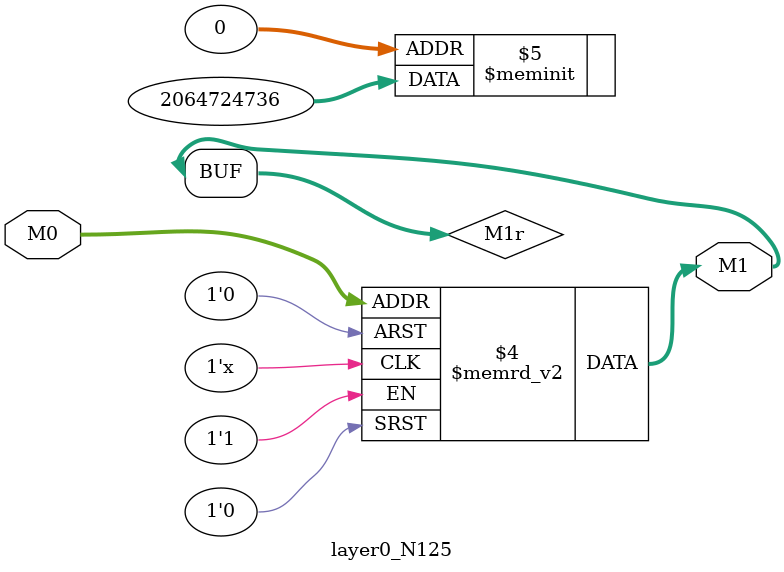
<source format=v>
module layer0_N125 ( input [3:0] M0, output [1:0] M1 );

	(*rom_style = "distributed" *) reg [1:0] M1r;
	assign M1 = M1r;
	always @ (M0) begin
		case (M0)
			4'b0000: M1r = 2'b00;
			4'b1000: M1r = 2'b01;
			4'b0100: M1r = 2'b11;
			4'b1100: M1r = 2'b11;
			4'b0010: M1r = 2'b00;
			4'b1010: M1r = 2'b01;
			4'b0110: M1r = 2'b11;
			4'b1110: M1r = 2'b11;
			4'b0001: M1r = 2'b00;
			4'b1001: M1r = 2'b00;
			4'b0101: M1r = 2'b00;
			4'b1101: M1r = 2'b10;
			4'b0011: M1r = 2'b00;
			4'b1011: M1r = 2'b00;
			4'b0111: M1r = 2'b00;
			4'b1111: M1r = 2'b01;

		endcase
	end
endmodule

</source>
